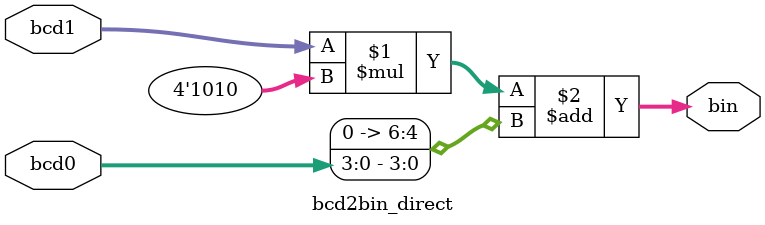
<source format=v>
module bcd2bin_direct
   (
    input wire [3:0] bcd1, bcd0,
    output wire [6:0] bin
   );

   assign bin = (bcd1 * 4'b1010) + {3'b0, bcd0};
endmodule

</source>
